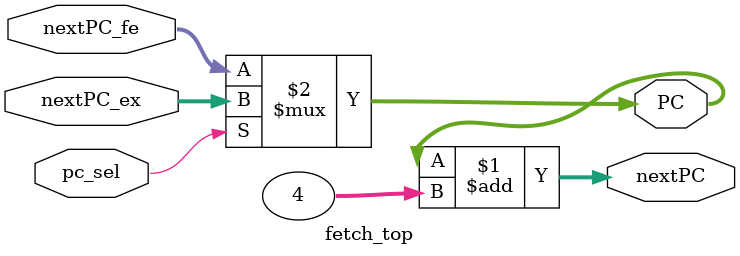
<source format=v>
`timescale 1ns/10ps
module fetch_top #( parameter W = 32 ) (
						input	[W-1:0]	nextPC_fe,
						input	[W-1:0]	nextPC_ex,
						input			pc_sel,
						
						output	[W-1:0]	nextPC,
						output	[W-1:0]	PC
					);
	
	// DEC opcodes
	localparam	LUI			= 7'b0110111;
	localparam	AUIPC		= 7'b0010111;
	localparam	JAL			= 7'b1101111;
	localparam	JALR		= 7'b1100111;
	localparam	BRANCH		= 7'b1100011;
	localparam	MEM_LOAD	= 7'b0000011;
	localparam	MEM_STORE	= 7'b0100011;
	localparam	OP_IMM		= 7'b0010011;
	localparam	OP			= 7'b0110011;
	localparam	SYSTEM		= 7'b1110011;
		
	//SYSTEM codes
	localparam	CSRRW	= 3'b001;
	localparam	CSRRS	= 3'b010;
	localparam	CSRRC	= 3'b011;
	localparam	CSRRWI	= 3'b101;
	localparam	CSRRSI	= 3'b110;
	localparam	CSRRCI	= 3'b111;
	
	// FSM states
	localparam	INST			= 3'b000;			// Default state
	localparam	MULDIV			= 3'b001;
	localparam	RESULT			= 3'b010;
	localparam	TRAP_MSTATUS	= 3'b011;
	localparam	TRAP_MEPC_SET	= 3'b100;
	localparam	TRAP_MTVEC		= 3'b101;
	localparam	TRAP_MEPC_RET	= 3'b110;
	localparam	SLEEP			= 3'b111;
	
	// CSR addresses
	localparam	MSTATUS	= 12'h300;
	localparam	MISA	= 12'h301;
	localparam	MTVEC	= 12'h305;
	localparam	MEPC	= 12'h341;
	localparam	MCAUSE	= 12'h342;
	
	// Priviliged Instruction codes
	localparam	MRET	= 12'h302;
	localparam	WFI		= 12'h105;
	
	// Exception Codes
	localparam	ILLEGAL_INST	= 32'h00000002;
	localparam	EXT_INTERRUPT	= 32'h4000000b;
	localparam	SET_MIE				= 32'h00001808;
	localparam	CLR_MIE				= 32'h00001880;
	
	assign nextPC = PC + 4;
	
	// PC sel mux
	assign PC = (pc_sel) ? nextPC_ex : nextPC_fe;
	
endmodule

</source>
